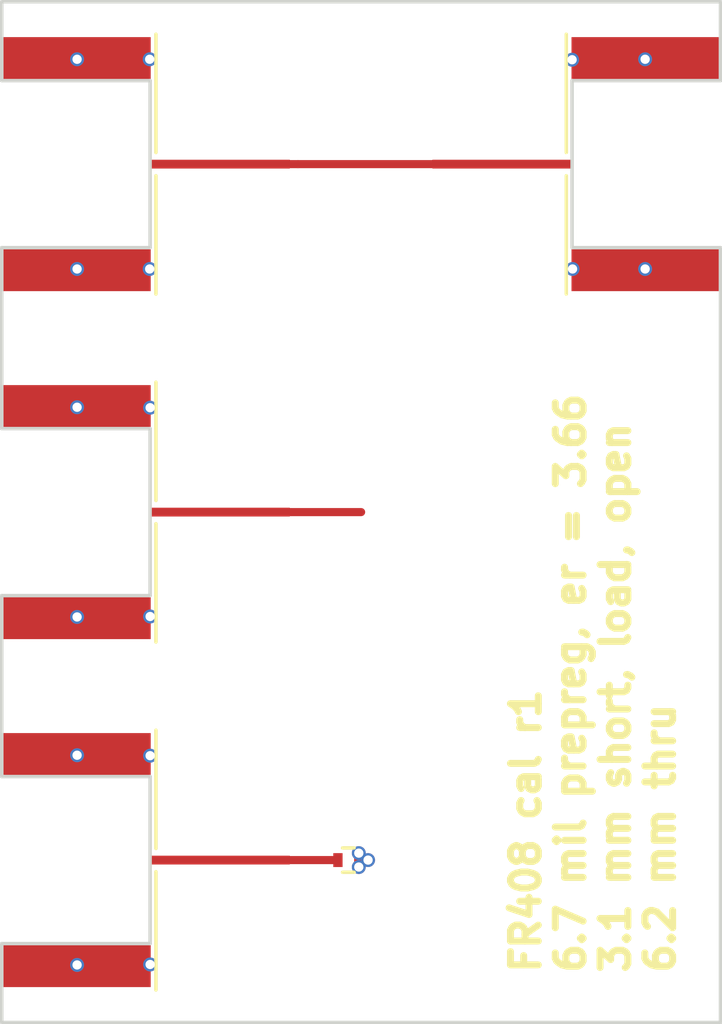
<source format=kicad_pcb>
(kicad_pcb (version 4) (host pcbnew 4.0.2-stable)

  (general
    (links 10)
    (no_connects 0)
    (area 131.875 67.924999 163.125 112.075001)
    (thickness 1.6)
    (drawings 25)
    (tracks 39)
    (zones 0)
    (modules 5)
    (nets 4)
  )

  (page A4)
  (layers
    (0 F.Cu signal)
    (1 In1.Cu signal)
    (2 In2.Cu signal)
    (31 B.Cu signal)
    (32 B.Adhes user)
    (33 F.Adhes user)
    (34 B.Paste user)
    (35 F.Paste user)
    (36 B.SilkS user)
    (37 F.SilkS user)
    (38 B.Mask user)
    (39 F.Mask user)
    (40 Dwgs.User user)
    (41 Cmts.User user)
    (42 Eco1.User user)
    (43 Eco2.User user)
    (44 Edge.Cuts user)
    (45 Margin user)
    (46 B.CrtYd user)
    (47 F.CrtYd user)
    (48 B.Fab user)
    (49 F.Fab user)
  )

  (setup
    (last_trace_width 0.35)
    (trace_clearance 0.2)
    (zone_clearance 0.1)
    (zone_45_only no)
    (trace_min 0.2)
    (segment_width 0.2)
    (edge_width 0.15)
    (via_size 0.6)
    (via_drill 0.4)
    (via_min_size 0.4)
    (via_min_drill 0.3)
    (uvia_size 0.3)
    (uvia_drill 0.1)
    (uvias_allowed no)
    (uvia_min_size 0.2)
    (uvia_min_drill 0.1)
    (pcb_text_width 0.3)
    (pcb_text_size 1.5 1.5)
    (mod_edge_width 0.15)
    (mod_text_size 0.1 0.1)
    (mod_text_width 0.00025)
    (pad_size 1.524 1.524)
    (pad_drill 0.762)
    (pad_to_mask_clearance 0.2)
    (aux_axis_origin 0 0)
    (visible_elements FFFEFF7F)
    (pcbplotparams
      (layerselection 0x010f0_80000007)
      (usegerberextensions true)
      (excludeedgelayer true)
      (linewidth 0.100000)
      (plotframeref false)
      (viasonmask false)
      (mode 1)
      (useauxorigin false)
      (hpglpennumber 1)
      (hpglpenspeed 20)
      (hpglpendiameter 15)
      (hpglpenoverlay 2)
      (psnegative false)
      (psa4output false)
      (plotreference true)
      (plotvalue true)
      (plotinvisibletext false)
      (padsonsilk false)
      (subtractmaskfromsilk false)
      (outputformat 1)
      (mirror false)
      (drillshape 0)
      (scaleselection 1)
      (outputdirectory gerbs/))
  )

  (net 0 "")
  (net 1 GND)
  (net 2 "Net-(R2-Pad2)")
  (net 3 "Net-(U2-Pad1)")

  (net_class Default "This is the default net class."
    (clearance 0.2)
    (trace_width 0.35)
    (via_dia 0.6)
    (via_drill 0.4)
    (uvia_dia 0.3)
    (uvia_drill 0.1)
    (add_net GND)
    (add_net "Net-(R2-Pad2)")
    (add_net "Net-(U2-Pad1)")
  )

  (module Resistors_SMD:R_0402 (layer F.Cu) (tedit 5415CBB8) (tstamp 571E6198)
    (at 146.95 105 180)
    (descr "Resistor SMD 0402, reflow soldering, Vishay (see dcrcw.pdf)")
    (tags "resistor 0402")
    (path /571E666B)
    (attr smd)
    (fp_text reference R2 (at 0 -2 180) (layer F.SilkS)
      (effects (font (size 0.1 0.1) (thickness 0.00025)))
    )
    (fp_text value 0 (at 0 1.8 180) (layer F.Fab)
      (effects (font (size 0.1 0.1) (thickness 0.00025)))
    )
    (fp_line (start -0.95 -0.65) (end 0.95 -0.65) (layer F.CrtYd) (width 0.05))
    (fp_line (start -0.95 0.65) (end 0.95 0.65) (layer F.CrtYd) (width 0.05))
    (fp_line (start -0.95 -0.65) (end -0.95 0.65) (layer F.CrtYd) (width 0.05))
    (fp_line (start 0.95 -0.65) (end 0.95 0.65) (layer F.CrtYd) (width 0.05))
    (fp_line (start 0.25 -0.525) (end -0.25 -0.525) (layer F.SilkS) (width 0.15))
    (fp_line (start -0.25 0.525) (end 0.25 0.525) (layer F.SilkS) (width 0.15))
    (pad 1 smd rect (at -0.45 0 180) (size 0.4 0.6) (layers F.Cu F.Paste F.Mask)
      (net 1 GND))
    (pad 2 smd rect (at 0.45 0 180) (size 0.4 0.6) (layers F.Cu F.Paste F.Mask)
      (net 2 "Net-(R2-Pad2)"))
    (model Resistors_SMD.3dshapes/R_0402.wrl
      (at (xyz 0 0 0))
      (scale (xyz 1 1 1))
      (rotate (xyz 0 0 0))
    )
  )

  (module vna_footprints:142-0721-882_sma_cutout (layer F.Cu) (tedit 572AC847) (tstamp 573194C6)
    (at 135.25 90 270)
    (path /571E6233)
    (fp_text reference U1 (at 0 -0.75 360) (layer F.SilkS)
      (effects (font (size 0.1 0.1) (thickness 0.00025)))
    )
    (fp_text value CONN_SMA (at -3.6 -10.3 360) (layer F.Fab)
      (effects (font (size 0.1 0.1) (thickness 0.00025)))
    )
    (fp_line (start -0.5 -3.4) (end -5.6 -3.4) (layer F.SilkS) (width 0.15))
    (fp_line (start 5.6 -3.4) (end 0.5 -3.4) (layer F.SilkS) (width 0.15))
    (pad 2 smd rect (at -4.52 0 270) (size 1.91 6.35) (layers F.Cu F.Paste F.Mask)
      (net 1 GND))
    (pad 3 smd rect (at 4.52 0 270) (size 1.91 6.35) (layers F.Cu F.Paste F.Mask)
      (net 1 GND))
    (pad 1 smd rect (at 0 -6.175 270) (size 0.38 6) (layers F.Cu F.Paste F.Mask))
  )

  (module vna_footprints:142-0721-882_sma_cutout (layer F.Cu) (tedit 572AC847) (tstamp 573194CC)
    (at 135.25 75 270)
    (path /571E60B6)
    (fp_text reference U2 (at 0 0.25 360) (layer F.SilkS)
      (effects (font (size 0.1 0.1) (thickness 0.00025)))
    )
    (fp_text value CONN_SMA (at -3.6 -10.3 360) (layer F.Fab)
      (effects (font (size 0.1 0.1) (thickness 0.00025)))
    )
    (fp_line (start -0.5 -3.4) (end -5.6 -3.4) (layer F.SilkS) (width 0.15))
    (fp_line (start 5.6 -3.4) (end 0.5 -3.4) (layer F.SilkS) (width 0.15))
    (pad 2 smd rect (at -4.52 0 270) (size 1.91 6.35) (layers F.Cu F.Paste F.Mask)
      (net 1 GND))
    (pad 3 smd rect (at 4.52 0 270) (size 1.91 6.35) (layers F.Cu F.Paste F.Mask)
      (net 1 GND))
    (pad 1 smd rect (at 0 -6.175 270) (size 0.38 6) (layers F.Cu F.Paste F.Mask)
      (net 3 "Net-(U2-Pad1)"))
  )

  (module vna_footprints:142-0721-882_sma_cutout (layer F.Cu) (tedit 572AC847) (tstamp 573194D2)
    (at 135.25 105 270)
    (path /571E6655)
    (fp_text reference U4 (at 0 0.25 360) (layer F.SilkS)
      (effects (font (size 0.1 0.1) (thickness 0.00025)))
    )
    (fp_text value CONN_SMA (at -3.6 -10.3 360) (layer F.Fab)
      (effects (font (size 0.1 0.1) (thickness 0.00025)))
    )
    (fp_line (start -0.5 -3.4) (end -5.6 -3.4) (layer F.SilkS) (width 0.15))
    (fp_line (start 5.6 -3.4) (end 0.5 -3.4) (layer F.SilkS) (width 0.15))
    (pad 2 smd rect (at -4.52 0 270) (size 1.91 6.35) (layers F.Cu F.Paste F.Mask)
      (net 1 GND))
    (pad 3 smd rect (at 4.52 0 270) (size 1.91 6.35) (layers F.Cu F.Paste F.Mask)
      (net 1 GND))
    (pad 1 smd rect (at 0 -6.175 270) (size 0.38 6) (layers F.Cu F.Paste F.Mask)
      (net 2 "Net-(R2-Pad2)"))
  )

  (module vna_footprints:142-0721-882_sma_cutout (layer F.Cu) (tedit 572AC847) (tstamp 573194D8)
    (at 159.75 75 90)
    (path /571E6007)
    (fp_text reference U5 (at 0 -0.75 180) (layer F.SilkS)
      (effects (font (size 0.1 0.1) (thickness 0.00025)))
    )
    (fp_text value CONN_SMA (at -3.6 -10.3 180) (layer F.Fab)
      (effects (font (size 0.1 0.1) (thickness 0.00025)))
    )
    (fp_line (start -0.5 -3.4) (end -5.6 -3.4) (layer F.SilkS) (width 0.15))
    (fp_line (start 5.6 -3.4) (end 0.5 -3.4) (layer F.SilkS) (width 0.15))
    (pad 2 smd rect (at -4.52 0 90) (size 1.91 6.35) (layers F.Cu F.Paste F.Mask)
      (net 1 GND))
    (pad 3 smd rect (at 4.52 0 90) (size 1.91 6.35) (layers F.Cu F.Paste F.Mask)
      (net 1 GND))
    (pad 1 smd rect (at 0 -6.175 90) (size 0.38 6) (layers F.Cu F.Paste F.Mask)
      (net 3 "Net-(U2-Pad1)"))
  )

  (gr_line (start 163 112) (end 132 112) (layer Edge.Cuts) (width 0.15))
  (gr_line (start 163 111.9) (end 163 112) (layer Edge.Cuts) (width 0.15))
  (gr_line (start 163 78.6) (end 163 111.9) (layer Edge.Cuts) (width 0.15))
  (gr_line (start 156.6 78.6) (end 163 78.6) (layer Edge.Cuts) (width 0.15))
  (gr_line (start 156.6 71.4) (end 156.6 78.6) (layer Edge.Cuts) (width 0.15))
  (gr_line (start 163 71.4) (end 156.6 71.4) (layer Edge.Cuts) (width 0.15))
  (gr_line (start 163 68) (end 163 71.4) (layer Edge.Cuts) (width 0.15))
  (gr_line (start 132 68) (end 163 68) (layer Edge.Cuts) (width 0.15))
  (gr_line (start 132 71.4) (end 132 68) (layer Edge.Cuts) (width 0.15))
  (gr_line (start 138.4 71.4) (end 132 71.4) (layer Edge.Cuts) (width 0.15))
  (gr_line (start 138.4 78.6) (end 138.4 71.4) (layer Edge.Cuts) (width 0.15))
  (gr_line (start 132 78.6) (end 138.4 78.6) (layer Edge.Cuts) (width 0.15))
  (gr_line (start 132 86.4) (end 132 78.6) (layer Edge.Cuts) (width 0.15))
  (gr_line (start 132.1 86.4) (end 132 86.4) (layer Edge.Cuts) (width 0.15))
  (gr_line (start 138.4 86.4) (end 132.1 86.4) (layer Edge.Cuts) (width 0.15))
  (gr_line (start 138.4 93.6) (end 138.4 86.4) (layer Edge.Cuts) (width 0.15))
  (gr_line (start 132 93.6) (end 138.4 93.6) (layer Edge.Cuts) (width 0.15))
  (gr_line (start 132 95.4) (end 132 93.6) (layer Edge.Cuts) (width 0.15))
  (gr_line (start 132 101.4) (end 132 95.4) (layer Edge.Cuts) (width 0.15))
  (gr_line (start 132.1 101.4) (end 132 101.4) (layer Edge.Cuts) (width 0.15))
  (gr_line (start 138.4 101.4) (end 132.1 101.4) (layer Edge.Cuts) (width 0.15))
  (gr_line (start 138.4 108.6) (end 138.4 101.4) (layer Edge.Cuts) (width 0.15))
  (gr_line (start 132 108.6) (end 138.4 108.6) (layer Edge.Cuts) (width 0.15))
  (gr_line (start 132 112) (end 132 108.6) (layer Edge.Cuts) (width 0.15))
  (gr_text "FR408 cal r1\n6.7 mil prepreg, er = 3.66\n3.1 mm short, load, open\n6.2 mm thru" (at 157.5 110 90) (layer F.SilkS) (tstamp 571E63F8)
    (effects (font (size 1.2 1.2) (thickness 0.3)) (justify left))
  )

  (segment (start 141.425 90) (end 147.5 90) (width 0.35) (layer F.Cu) (net 0))
  (via (at 135.25 109.52) (size 0.6) (drill 0.4) (layers F.Cu B.Cu) (net 1))
  (via (at 135.25 100.48) (size 0.6) (drill 0.4) (layers F.Cu B.Cu) (net 1))
  (via (at 135.25 94.52) (size 0.6) (drill 0.4) (layers F.Cu B.Cu) (net 1))
  (via (at 135.25 85.48) (size 0.6) (drill 0.4) (layers F.Cu B.Cu) (net 1))
  (via (at 135.25 79.52) (size 0.6) (drill 0.4) (layers F.Cu B.Cu) (net 1))
  (via (at 135.25 70.48) (size 0.6) (drill 0.4) (layers F.Cu B.Cu) (net 1))
  (via (at 159.75 70.48) (size 0.6) (drill 0.4) (layers F.Cu B.Cu) (net 1))
  (via (at 159.75 79.52) (size 0.6) (drill 0.4) (layers F.Cu B.Cu) (net 1))
  (via (at 156.62 79.52) (size 0.6) (drill 0.4) (layers F.Cu B.Cu) (net 1))
  (segment (start 159.75 79.52) (end 156.62 79.52) (width 0.35) (layer F.Cu) (net 1))
  (segment (start 159.75 70.48) (end 156.62 70.48) (width 0.35) (layer F.Cu) (net 1))
  (via (at 156.6 70.5) (size 0.6) (drill 0.4) (layers F.Cu B.Cu) (net 1))
  (segment (start 156.62 70.48) (end 156.6 70.5) (width 0.35) (layer F.Cu) (net 1))
  (via (at 138.38 70.48) (size 0.6) (drill 0.4) (layers F.Cu B.Cu) (net 1))
  (segment (start 135.25 70.48) (end 138.38 70.48) (width 0.35) (layer F.Cu) (net 1))
  (via (at 138.38 79.52) (size 0.6) (drill 0.4) (layers F.Cu B.Cu) (net 1))
  (segment (start 135.25 79.52) (end 138.38 79.52) (width 0.35) (layer F.Cu) (net 1))
  (segment (start 135.25 85.48) (end 138.38 85.48) (width 0.35) (layer F.Cu) (net 1))
  (segment (start 138.38 85.48) (end 138.4 85.5) (width 0.35) (layer F.Cu) (net 1))
  (via (at 138.4 85.5) (size 0.6) (drill 0.4) (layers F.Cu B.Cu) (net 1))
  (segment (start 135.25 94.52) (end 138.38 94.52) (width 0.35) (layer F.Cu) (net 1))
  (segment (start 138.38 94.52) (end 138.4 94.5) (width 0.35) (layer F.Cu) (net 1))
  (via (at 138.4 94.5) (size 0.6) (drill 0.4) (layers F.Cu B.Cu) (net 1))
  (segment (start 135.25 100.48) (end 138.38 100.48) (width 0.35) (layer F.Cu) (net 1))
  (segment (start 138.38 100.48) (end 138.4 100.5) (width 0.35) (layer F.Cu) (net 1))
  (via (at 138.4 100.5) (size 0.6) (drill 0.4) (layers F.Cu B.Cu) (net 1))
  (segment (start 135.25 109.52) (end 138.38 109.52) (width 0.35) (layer F.Cu) (net 1))
  (segment (start 138.38 109.52) (end 138.4 109.5) (width 0.35) (layer F.Cu) (net 1))
  (via (at 138.4 109.5) (size 0.6) (drill 0.4) (layers F.Cu B.Cu) (net 1))
  (via (at 147.8 105) (size 0.6) (drill 0.4) (layers F.Cu B.Cu) (net 1))
  (segment (start 147.4 105) (end 147.8 105) (width 0.35) (layer F.Cu) (net 1))
  (segment (start 147.4 105) (end 147.4 105.3) (width 0.35) (layer F.Cu) (net 1))
  (via (at 147.4 105.3) (size 0.6) (drill 0.4) (layers F.Cu B.Cu) (net 1))
  (via (at 147.4 104.7) (size 0.6) (drill 0.4) (layers F.Cu B.Cu) (net 1))
  (segment (start 147.4 105) (end 147.4 104.7) (width 0.35) (layer F.Cu) (net 1))
  (segment (start 146.5 105) (end 141.425 105) (width 0.35) (layer F.Cu) (net 2))
  (segment (start 141.425 75) (end 144.775 75) (width 0.35) (layer F.Cu) (net 3))
  (segment (start 144.775 75) (end 153.575 75) (width 0.35) (layer F.Cu) (net 3))

  (zone (net 1) (net_name GND) (layer In1.Cu) (tstamp 0) (hatch edge 0.508)
    (connect_pads yes (clearance 0.1))
    (min_thickness 0.1)
    (fill yes (arc_segments 16) (thermal_gap 0.508) (thermal_bridge_width 0.508))
    (polygon
      (pts
        (xy 132 68) (xy 132 112) (xy 163 112) (xy 163 68)
      )
    )
    (filled_polygon
      (pts
        (xy 162.775 71.175) (xy 156.6 71.175) (xy 156.513896 71.192127) (xy 156.440901 71.240901) (xy 156.392127 71.313896)
        (xy 156.375 71.4) (xy 156.375 78.6) (xy 156.392127 78.686104) (xy 156.440901 78.759099) (xy 156.513896 78.807873)
        (xy 156.6 78.825) (xy 162.775 78.825) (xy 162.775 111.775) (xy 132.225 111.775) (xy 132.225 108.825)
        (xy 138.4 108.825) (xy 138.486104 108.807873) (xy 138.559099 108.759099) (xy 138.607873 108.686104) (xy 138.625 108.6)
        (xy 138.625 101.4) (xy 138.607873 101.313896) (xy 138.559099 101.240901) (xy 138.486104 101.192127) (xy 138.4 101.175)
        (xy 132.225 101.175) (xy 132.225 93.825) (xy 138.4 93.825) (xy 138.486104 93.807873) (xy 138.559099 93.759099)
        (xy 138.607873 93.686104) (xy 138.625 93.6) (xy 138.625 86.4) (xy 138.607873 86.313896) (xy 138.559099 86.240901)
        (xy 138.486104 86.192127) (xy 138.4 86.175) (xy 132.225 86.175) (xy 132.225 78.825) (xy 138.4 78.825)
        (xy 138.486104 78.807873) (xy 138.559099 78.759099) (xy 138.607873 78.686104) (xy 138.625 78.6) (xy 138.625 71.4)
        (xy 138.607873 71.313896) (xy 138.559099 71.240901) (xy 138.486104 71.192127) (xy 138.4 71.175) (xy 132.225 71.175)
        (xy 132.225 68.225) (xy 162.775 68.225)
      )
    )
  )
)

</source>
